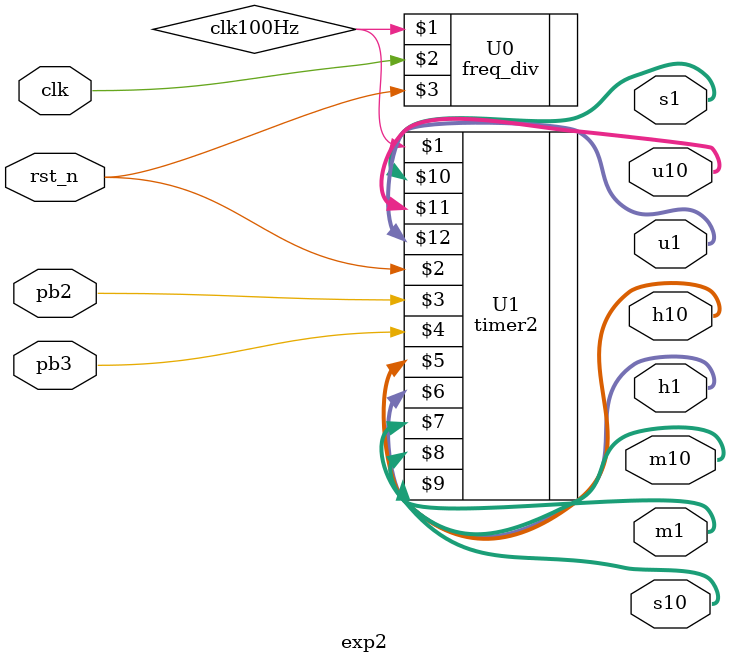
<source format=v>
`timescale 1ns / 1ps
module exp2(
    input clk,
    input rst_n,
	 input pb2,
	 input pb3,
	 output [3:0]	h10,h1,m10,m1,s10,s1,u10,u1
    );
	 
	 wire clk100Hz;
	 wire [1:0]	ftsd_clk;
	 wire clk1Hz;
	 
	 
	 freq_div U0(clk100Hz,clk,rst_n);
	 timer2 	 U1 (clk100Hz,rst_n,pb2,pb3,h10,h1,m10,m1,s10,s1,u10,u1);
	 
endmodule

</source>
